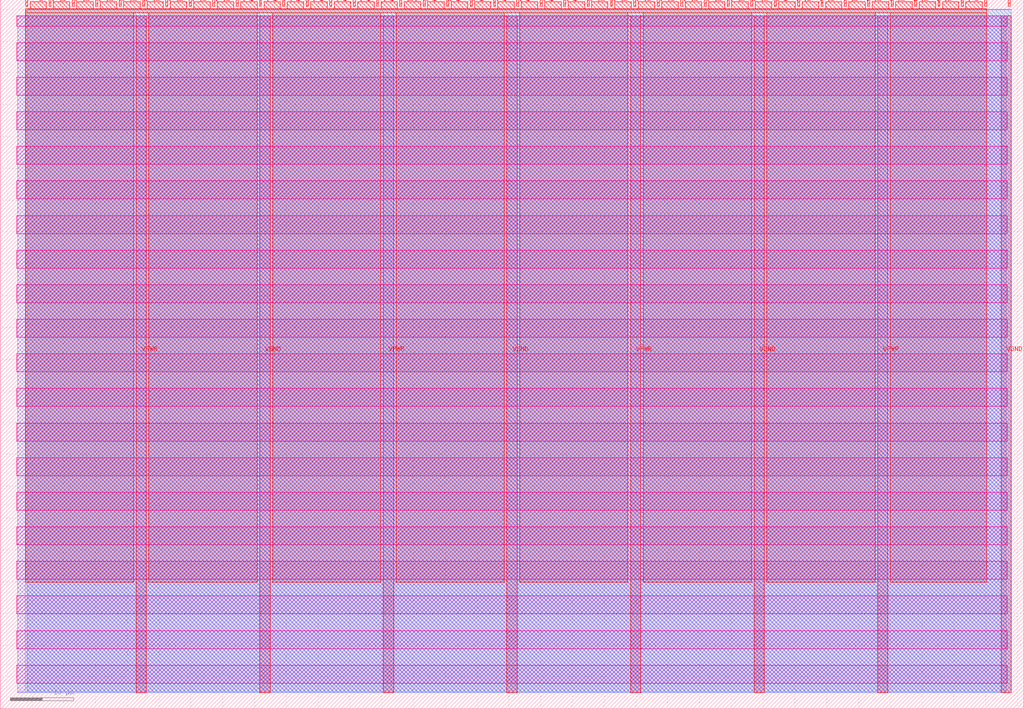
<source format=lef>
VERSION 5.7 ;
  NOWIREEXTENSIONATPIN ON ;
  DIVIDERCHAR "/" ;
  BUSBITCHARS "[]" ;
MACRO tt_um_spiff42_exp_led_pwm
  CLASS BLOCK ;
  FOREIGN tt_um_spiff42_exp_led_pwm ;
  ORIGIN 0.000 0.000 ;
  SIZE 161.000 BY 111.520 ;
  PIN VGND
    DIRECTION INOUT ;
    USE GROUND ;
    PORT
      LAYER met4 ;
        RECT 40.830 2.480 42.430 109.040 ;
    END
    PORT
      LAYER met4 ;
        RECT 79.700 2.480 81.300 109.040 ;
    END
    PORT
      LAYER met4 ;
        RECT 118.570 2.480 120.170 109.040 ;
    END
    PORT
      LAYER met4 ;
        RECT 157.440 2.480 159.040 109.040 ;
    END
  END VGND
  PIN VPWR
    DIRECTION INOUT ;
    USE POWER ;
    PORT
      LAYER met4 ;
        RECT 21.395 2.480 22.995 109.040 ;
    END
    PORT
      LAYER met4 ;
        RECT 60.265 2.480 61.865 109.040 ;
    END
    PORT
      LAYER met4 ;
        RECT 99.135 2.480 100.735 109.040 ;
    END
    PORT
      LAYER met4 ;
        RECT 138.005 2.480 139.605 109.040 ;
    END
  END VPWR
  PIN clk
    DIRECTION INPUT ;
    USE SIGNAL ;
    ANTENNAGATEAREA 0.852000 ;
    PORT
      LAYER met4 ;
        RECT 154.870 110.520 155.170 111.520 ;
    END
  END clk
  PIN ena
    DIRECTION INPUT ;
    USE SIGNAL ;
    PORT
      LAYER met4 ;
        RECT 158.550 110.520 158.850 111.520 ;
    END
  END ena
  PIN rst_n
    DIRECTION INPUT ;
    USE SIGNAL ;
    ANTENNAGATEAREA 0.196500 ;
    PORT
      LAYER met4 ;
        RECT 151.190 110.520 151.490 111.520 ;
    END
  END rst_n
  PIN ui_in[0]
    DIRECTION INPUT ;
    USE SIGNAL ;
    ANTENNAGATEAREA 0.196500 ;
    PORT
      LAYER met4 ;
        RECT 147.510 110.520 147.810 111.520 ;
    END
  END ui_in[0]
  PIN ui_in[1]
    DIRECTION INPUT ;
    USE SIGNAL ;
    ANTENNAGATEAREA 0.196500 ;
    PORT
      LAYER met4 ;
        RECT 143.830 110.520 144.130 111.520 ;
    END
  END ui_in[1]
  PIN ui_in[2]
    DIRECTION INPUT ;
    USE SIGNAL ;
    ANTENNAGATEAREA 0.196500 ;
    PORT
      LAYER met4 ;
        RECT 140.150 110.520 140.450 111.520 ;
    END
  END ui_in[2]
  PIN ui_in[3]
    DIRECTION INPUT ;
    USE SIGNAL ;
    ANTENNAGATEAREA 0.196500 ;
    PORT
      LAYER met4 ;
        RECT 136.470 110.520 136.770 111.520 ;
    END
  END ui_in[3]
  PIN ui_in[4]
    DIRECTION INPUT ;
    USE SIGNAL ;
    ANTENNAGATEAREA 0.196500 ;
    PORT
      LAYER met4 ;
        RECT 132.790 110.520 133.090 111.520 ;
    END
  END ui_in[4]
  PIN ui_in[5]
    DIRECTION INPUT ;
    USE SIGNAL ;
    ANTENNAGATEAREA 0.196500 ;
    PORT
      LAYER met4 ;
        RECT 129.110 110.520 129.410 111.520 ;
    END
  END ui_in[5]
  PIN ui_in[6]
    DIRECTION INPUT ;
    USE SIGNAL ;
    ANTENNAGATEAREA 0.196500 ;
    PORT
      LAYER met4 ;
        RECT 125.430 110.520 125.730 111.520 ;
    END
  END ui_in[6]
  PIN ui_in[7]
    DIRECTION INPUT ;
    USE SIGNAL ;
    ANTENNAGATEAREA 0.196500 ;
    PORT
      LAYER met4 ;
        RECT 121.750 110.520 122.050 111.520 ;
    END
  END ui_in[7]
  PIN uio_in[0]
    DIRECTION INPUT ;
    USE SIGNAL ;
    PORT
      LAYER met4 ;
        RECT 118.070 110.520 118.370 111.520 ;
    END
  END uio_in[0]
  PIN uio_in[1]
    DIRECTION INPUT ;
    USE SIGNAL ;
    ANTENNAGATEAREA 0.196500 ;
    PORT
      LAYER met4 ;
        RECT 114.390 110.520 114.690 111.520 ;
    END
  END uio_in[1]
  PIN uio_in[2]
    DIRECTION INPUT ;
    USE SIGNAL ;
    ANTENNAGATEAREA 0.196500 ;
    PORT
      LAYER met4 ;
        RECT 110.710 110.520 111.010 111.520 ;
    END
  END uio_in[2]
  PIN uio_in[3]
    DIRECTION INPUT ;
    USE SIGNAL ;
    PORT
      LAYER met4 ;
        RECT 107.030 110.520 107.330 111.520 ;
    END
  END uio_in[3]
  PIN uio_in[4]
    DIRECTION INPUT ;
    USE SIGNAL ;
    PORT
      LAYER met4 ;
        RECT 103.350 110.520 103.650 111.520 ;
    END
  END uio_in[4]
  PIN uio_in[5]
    DIRECTION INPUT ;
    USE SIGNAL ;
    PORT
      LAYER met4 ;
        RECT 99.670 110.520 99.970 111.520 ;
    END
  END uio_in[5]
  PIN uio_in[6]
    DIRECTION INPUT ;
    USE SIGNAL ;
    PORT
      LAYER met4 ;
        RECT 95.990 110.520 96.290 111.520 ;
    END
  END uio_in[6]
  PIN uio_in[7]
    DIRECTION INPUT ;
    USE SIGNAL ;
    PORT
      LAYER met4 ;
        RECT 92.310 110.520 92.610 111.520 ;
    END
  END uio_in[7]
  PIN uio_oe[0]
    DIRECTION OUTPUT TRISTATE ;
    USE SIGNAL ;
    PORT
      LAYER met4 ;
        RECT 29.750 110.520 30.050 111.520 ;
    END
  END uio_oe[0]
  PIN uio_oe[1]
    DIRECTION OUTPUT TRISTATE ;
    USE SIGNAL ;
    ANTENNADIFFAREA 0.795200 ;
    PORT
      LAYER met4 ;
        RECT 26.070 110.520 26.370 111.520 ;
    END
  END uio_oe[1]
  PIN uio_oe[2]
    DIRECTION OUTPUT TRISTATE ;
    USE SIGNAL ;
    PORT
      LAYER met4 ;
        RECT 22.390 110.520 22.690 111.520 ;
    END
  END uio_oe[2]
  PIN uio_oe[3]
    DIRECTION OUTPUT TRISTATE ;
    USE SIGNAL ;
    PORT
      LAYER met4 ;
        RECT 18.710 110.520 19.010 111.520 ;
    END
  END uio_oe[3]
  PIN uio_oe[4]
    DIRECTION OUTPUT TRISTATE ;
    USE SIGNAL ;
    PORT
      LAYER met4 ;
        RECT 15.030 110.520 15.330 111.520 ;
    END
  END uio_oe[4]
  PIN uio_oe[5]
    DIRECTION OUTPUT TRISTATE ;
    USE SIGNAL ;
    PORT
      LAYER met4 ;
        RECT 11.350 110.520 11.650 111.520 ;
    END
  END uio_oe[5]
  PIN uio_oe[6]
    DIRECTION OUTPUT TRISTATE ;
    USE SIGNAL ;
    PORT
      LAYER met4 ;
        RECT 7.670 110.520 7.970 111.520 ;
    END
  END uio_oe[6]
  PIN uio_oe[7]
    DIRECTION OUTPUT TRISTATE ;
    USE SIGNAL ;
    PORT
      LAYER met4 ;
        RECT 3.990 110.520 4.290 111.520 ;
    END
  END uio_oe[7]
  PIN uio_out[0]
    DIRECTION OUTPUT TRISTATE ;
    USE SIGNAL ;
    PORT
      LAYER met4 ;
        RECT 59.190 110.520 59.490 111.520 ;
    END
  END uio_out[0]
  PIN uio_out[1]
    DIRECTION OUTPUT TRISTATE ;
    USE SIGNAL ;
    PORT
      LAYER met4 ;
        RECT 55.510 110.520 55.810 111.520 ;
    END
  END uio_out[1]
  PIN uio_out[2]
    DIRECTION OUTPUT TRISTATE ;
    USE SIGNAL ;
    PORT
      LAYER met4 ;
        RECT 51.830 110.520 52.130 111.520 ;
    END
  END uio_out[2]
  PIN uio_out[3]
    DIRECTION OUTPUT TRISTATE ;
    USE SIGNAL ;
    PORT
      LAYER met4 ;
        RECT 48.150 110.520 48.450 111.520 ;
    END
  END uio_out[3]
  PIN uio_out[4]
    DIRECTION OUTPUT TRISTATE ;
    USE SIGNAL ;
    PORT
      LAYER met4 ;
        RECT 44.470 110.520 44.770 111.520 ;
    END
  END uio_out[4]
  PIN uio_out[5]
    DIRECTION OUTPUT TRISTATE ;
    USE SIGNAL ;
    PORT
      LAYER met4 ;
        RECT 40.790 110.520 41.090 111.520 ;
    END
  END uio_out[5]
  PIN uio_out[6]
    DIRECTION OUTPUT TRISTATE ;
    USE SIGNAL ;
    PORT
      LAYER met4 ;
        RECT 37.110 110.520 37.410 111.520 ;
    END
  END uio_out[6]
  PIN uio_out[7]
    DIRECTION OUTPUT TRISTATE ;
    USE SIGNAL ;
    PORT
      LAYER met4 ;
        RECT 33.430 110.520 33.730 111.520 ;
    END
  END uio_out[7]
  PIN uo_out[0]
    DIRECTION OUTPUT TRISTATE ;
    USE SIGNAL ;
    ANTENNADIFFAREA 0.795200 ;
    PORT
      LAYER met4 ;
        RECT 88.630 110.520 88.930 111.520 ;
    END
  END uo_out[0]
  PIN uo_out[1]
    DIRECTION OUTPUT TRISTATE ;
    USE SIGNAL ;
    ANTENNADIFFAREA 0.445500 ;
    PORT
      LAYER met4 ;
        RECT 84.950 110.520 85.250 111.520 ;
    END
  END uo_out[1]
  PIN uo_out[2]
    DIRECTION OUTPUT TRISTATE ;
    USE SIGNAL ;
    ANTENNADIFFAREA 0.445500 ;
    PORT
      LAYER met4 ;
        RECT 81.270 110.520 81.570 111.520 ;
    END
  END uo_out[2]
  PIN uo_out[3]
    DIRECTION OUTPUT TRISTATE ;
    USE SIGNAL ;
    ANTENNADIFFAREA 0.795200 ;
    PORT
      LAYER met4 ;
        RECT 77.590 110.520 77.890 111.520 ;
    END
  END uo_out[3]
  PIN uo_out[4]
    DIRECTION OUTPUT TRISTATE ;
    USE SIGNAL ;
    ANTENNADIFFAREA 0.795200 ;
    PORT
      LAYER met4 ;
        RECT 73.910 110.520 74.210 111.520 ;
    END
  END uo_out[4]
  PIN uo_out[5]
    DIRECTION OUTPUT TRISTATE ;
    USE SIGNAL ;
    ANTENNADIFFAREA 0.795200 ;
    PORT
      LAYER met4 ;
        RECT 70.230 110.520 70.530 111.520 ;
    END
  END uo_out[5]
  PIN uo_out[6]
    DIRECTION OUTPUT TRISTATE ;
    USE SIGNAL ;
    ANTENNADIFFAREA 0.795200 ;
    PORT
      LAYER met4 ;
        RECT 66.550 110.520 66.850 111.520 ;
    END
  END uo_out[6]
  PIN uo_out[7]
    DIRECTION OUTPUT TRISTATE ;
    USE SIGNAL ;
    ANTENNADIFFAREA 0.795200 ;
    PORT
      LAYER met4 ;
        RECT 62.870 110.520 63.170 111.520 ;
    END
  END uo_out[7]
  OBS
      LAYER nwell ;
        RECT 2.570 107.385 158.430 108.990 ;
        RECT 2.570 101.945 158.430 104.775 ;
        RECT 2.570 96.505 158.430 99.335 ;
        RECT 2.570 91.065 158.430 93.895 ;
        RECT 2.570 85.625 158.430 88.455 ;
        RECT 2.570 80.185 158.430 83.015 ;
        RECT 2.570 74.745 158.430 77.575 ;
        RECT 2.570 69.305 158.430 72.135 ;
        RECT 2.570 63.865 158.430 66.695 ;
        RECT 2.570 58.425 158.430 61.255 ;
        RECT 2.570 52.985 158.430 55.815 ;
        RECT 2.570 47.545 158.430 50.375 ;
        RECT 2.570 42.105 158.430 44.935 ;
        RECT 2.570 36.665 158.430 39.495 ;
        RECT 2.570 31.225 158.430 34.055 ;
        RECT 2.570 25.785 158.430 28.615 ;
        RECT 2.570 20.345 158.430 23.175 ;
        RECT 2.570 14.905 158.430 17.735 ;
        RECT 2.570 9.465 158.430 12.295 ;
        RECT 2.570 4.025 158.430 6.855 ;
      LAYER li1 ;
        RECT 2.760 2.635 158.240 108.885 ;
      LAYER met1 ;
        RECT 2.760 2.480 159.040 109.040 ;
      LAYER met2 ;
        RECT 4.230 2.535 159.010 110.005 ;
      LAYER met3 ;
        RECT 3.950 2.555 159.030 109.985 ;
      LAYER met4 ;
        RECT 4.690 110.120 7.270 111.170 ;
        RECT 8.370 110.120 10.950 111.170 ;
        RECT 12.050 110.120 14.630 111.170 ;
        RECT 15.730 110.120 18.310 111.170 ;
        RECT 19.410 110.120 21.990 111.170 ;
        RECT 23.090 110.120 25.670 111.170 ;
        RECT 26.770 110.120 29.350 111.170 ;
        RECT 30.450 110.120 33.030 111.170 ;
        RECT 34.130 110.120 36.710 111.170 ;
        RECT 37.810 110.120 40.390 111.170 ;
        RECT 41.490 110.120 44.070 111.170 ;
        RECT 45.170 110.120 47.750 111.170 ;
        RECT 48.850 110.120 51.430 111.170 ;
        RECT 52.530 110.120 55.110 111.170 ;
        RECT 56.210 110.120 58.790 111.170 ;
        RECT 59.890 110.120 62.470 111.170 ;
        RECT 63.570 110.120 66.150 111.170 ;
        RECT 67.250 110.120 69.830 111.170 ;
        RECT 70.930 110.120 73.510 111.170 ;
        RECT 74.610 110.120 77.190 111.170 ;
        RECT 78.290 110.120 80.870 111.170 ;
        RECT 81.970 110.120 84.550 111.170 ;
        RECT 85.650 110.120 88.230 111.170 ;
        RECT 89.330 110.120 91.910 111.170 ;
        RECT 93.010 110.120 95.590 111.170 ;
        RECT 96.690 110.120 99.270 111.170 ;
        RECT 100.370 110.120 102.950 111.170 ;
        RECT 104.050 110.120 106.630 111.170 ;
        RECT 107.730 110.120 110.310 111.170 ;
        RECT 111.410 110.120 113.990 111.170 ;
        RECT 115.090 110.120 117.670 111.170 ;
        RECT 118.770 110.120 121.350 111.170 ;
        RECT 122.450 110.120 125.030 111.170 ;
        RECT 126.130 110.120 128.710 111.170 ;
        RECT 129.810 110.120 132.390 111.170 ;
        RECT 133.490 110.120 136.070 111.170 ;
        RECT 137.170 110.120 139.750 111.170 ;
        RECT 140.850 110.120 143.430 111.170 ;
        RECT 144.530 110.120 147.110 111.170 ;
        RECT 148.210 110.120 150.790 111.170 ;
        RECT 151.890 110.120 154.470 111.170 ;
        RECT 3.975 109.440 155.185 110.120 ;
        RECT 3.975 19.895 20.995 109.440 ;
        RECT 23.395 19.895 40.430 109.440 ;
        RECT 42.830 19.895 59.865 109.440 ;
        RECT 62.265 19.895 79.300 109.440 ;
        RECT 81.700 19.895 98.735 109.440 ;
        RECT 101.135 19.895 118.170 109.440 ;
        RECT 120.570 19.895 137.605 109.440 ;
        RECT 140.005 19.895 155.185 109.440 ;
  END
END tt_um_spiff42_exp_led_pwm
END LIBRARY


</source>
